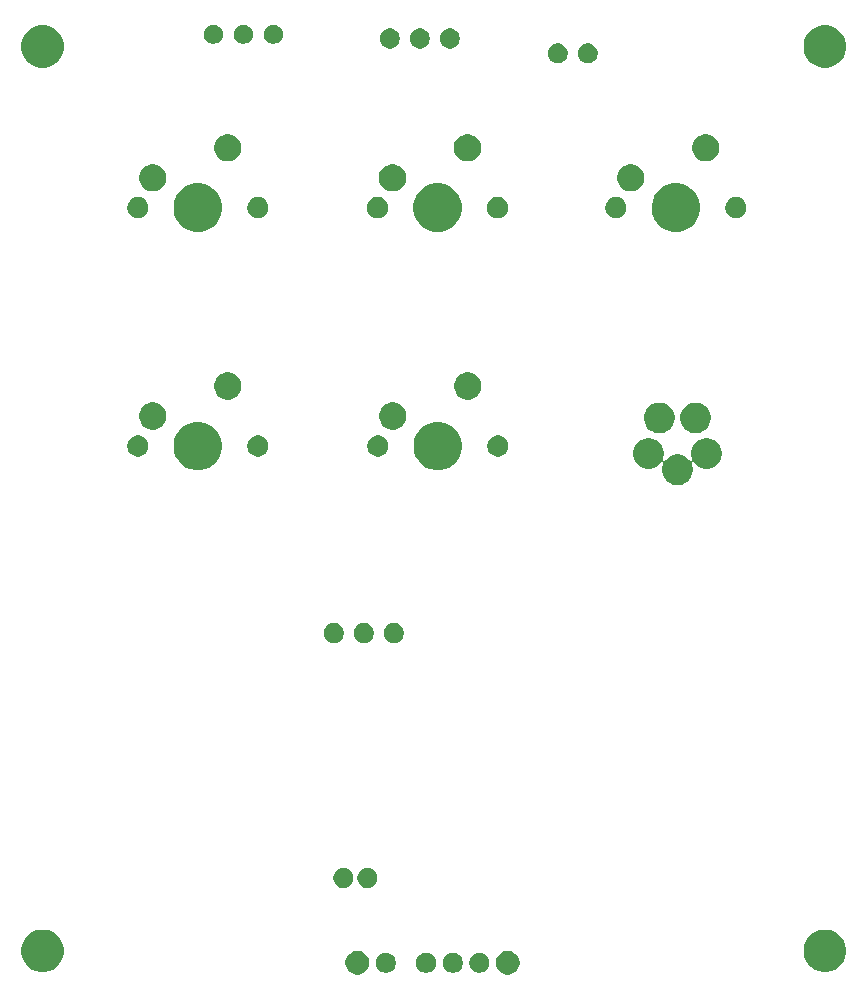
<source format=gbr>
G04 #@! TF.GenerationSoftware,KiCad,Pcbnew,5.0.2+dfsg1-1~bpo9+1*
G04 #@! TF.CreationDate,2019-11-16T16:08:01+00:00*
G04 #@! TF.ProjectId,remote_cherry,72656d6f-7465-45f6-9368-657272792e6b,rev?*
G04 #@! TF.SameCoordinates,Original*
G04 #@! TF.FileFunction,Soldermask,Bot*
G04 #@! TF.FilePolarity,Negative*
%FSLAX46Y46*%
G04 Gerber Fmt 4.6, Leading zero omitted, Abs format (unit mm)*
G04 Created by KiCad (PCBNEW 5.0.2+dfsg1-1~bpo9+1) date Sat 16 Nov 2019 16:08:01 GMT*
%MOMM*%
%LPD*%
G01*
G04 APERTURE LIST*
%ADD10C,0.100000*%
G04 APERTURE END LIST*
D10*
G36*
X146629001Y-115534568D02*
X146811170Y-115610025D01*
X146975123Y-115719575D01*
X147114545Y-115858997D01*
X147224095Y-116022950D01*
X147299552Y-116205119D01*
X147338020Y-116398510D01*
X147338020Y-116595690D01*
X147299552Y-116789081D01*
X147224095Y-116971250D01*
X147114545Y-117135203D01*
X146975123Y-117274625D01*
X146811170Y-117384175D01*
X146629001Y-117459632D01*
X146435610Y-117498100D01*
X146238430Y-117498100D01*
X146045039Y-117459632D01*
X145862870Y-117384175D01*
X145698917Y-117274625D01*
X145559495Y-117135203D01*
X145449945Y-116971250D01*
X145374488Y-116789081D01*
X145336020Y-116595690D01*
X145336020Y-116398510D01*
X145374488Y-116205119D01*
X145449945Y-116022950D01*
X145559495Y-115858997D01*
X145698917Y-115719575D01*
X145862870Y-115610025D01*
X146045039Y-115534568D01*
X146238430Y-115496100D01*
X146435610Y-115496100D01*
X146629001Y-115534568D01*
X146629001Y-115534568D01*
G37*
G36*
X133888361Y-115534568D02*
X134070530Y-115610025D01*
X134234483Y-115719575D01*
X134373905Y-115858997D01*
X134483455Y-116022950D01*
X134558912Y-116205119D01*
X134597380Y-116398510D01*
X134597380Y-116595690D01*
X134558912Y-116789081D01*
X134483455Y-116971250D01*
X134373905Y-117135203D01*
X134234483Y-117274625D01*
X134070530Y-117384175D01*
X133888361Y-117459632D01*
X133694970Y-117498100D01*
X133497790Y-117498100D01*
X133304399Y-117459632D01*
X133122230Y-117384175D01*
X132958277Y-117274625D01*
X132818855Y-117135203D01*
X132709305Y-116971250D01*
X132633848Y-116789081D01*
X132595380Y-116595690D01*
X132595380Y-116398510D01*
X132633848Y-116205119D01*
X132709305Y-116022950D01*
X132818855Y-115858997D01*
X132958277Y-115719575D01*
X133122230Y-115610025D01*
X133304399Y-115534568D01*
X133497790Y-115496100D01*
X133694970Y-115496100D01*
X133888361Y-115534568D01*
X133888361Y-115534568D01*
G37*
G36*
X144177328Y-115678803D02*
X144332200Y-115742953D01*
X144471581Y-115836085D01*
X144590115Y-115954619D01*
X144683247Y-116094000D01*
X144747397Y-116248872D01*
X144780100Y-116413284D01*
X144780100Y-116580916D01*
X144747397Y-116745328D01*
X144683247Y-116900200D01*
X144590115Y-117039581D01*
X144471581Y-117158115D01*
X144332200Y-117251247D01*
X144177328Y-117315397D01*
X144012916Y-117348100D01*
X143845284Y-117348100D01*
X143680872Y-117315397D01*
X143526000Y-117251247D01*
X143386619Y-117158115D01*
X143268085Y-117039581D01*
X143174953Y-116900200D01*
X143110803Y-116745328D01*
X143078100Y-116580916D01*
X143078100Y-116413284D01*
X143110803Y-116248872D01*
X143174953Y-116094000D01*
X143268085Y-115954619D01*
X143386619Y-115836085D01*
X143526000Y-115742953D01*
X143680872Y-115678803D01*
X143845284Y-115646100D01*
X144012916Y-115646100D01*
X144177328Y-115678803D01*
X144177328Y-115678803D01*
G37*
G36*
X141926888Y-115678803D02*
X142081760Y-115742953D01*
X142221141Y-115836085D01*
X142339675Y-115954619D01*
X142432807Y-116094000D01*
X142496957Y-116248872D01*
X142529660Y-116413284D01*
X142529660Y-116580916D01*
X142496957Y-116745328D01*
X142432807Y-116900200D01*
X142339675Y-117039581D01*
X142221141Y-117158115D01*
X142081760Y-117251247D01*
X141926888Y-117315397D01*
X141762476Y-117348100D01*
X141594844Y-117348100D01*
X141430432Y-117315397D01*
X141275560Y-117251247D01*
X141136179Y-117158115D01*
X141017645Y-117039581D01*
X140924513Y-116900200D01*
X140860363Y-116745328D01*
X140827660Y-116580916D01*
X140827660Y-116413284D01*
X140860363Y-116248872D01*
X140924513Y-116094000D01*
X141017645Y-115954619D01*
X141136179Y-115836085D01*
X141275560Y-115742953D01*
X141430432Y-115678803D01*
X141594844Y-115646100D01*
X141762476Y-115646100D01*
X141926888Y-115678803D01*
X141926888Y-115678803D01*
G37*
G36*
X136252528Y-115678803D02*
X136407400Y-115742953D01*
X136546781Y-115836085D01*
X136665315Y-115954619D01*
X136758447Y-116094000D01*
X136822597Y-116248872D01*
X136855300Y-116413284D01*
X136855300Y-116580916D01*
X136822597Y-116745328D01*
X136758447Y-116900200D01*
X136665315Y-117039581D01*
X136546781Y-117158115D01*
X136407400Y-117251247D01*
X136252528Y-117315397D01*
X136088116Y-117348100D01*
X135920484Y-117348100D01*
X135756072Y-117315397D01*
X135601200Y-117251247D01*
X135461819Y-117158115D01*
X135343285Y-117039581D01*
X135250153Y-116900200D01*
X135186003Y-116745328D01*
X135153300Y-116580916D01*
X135153300Y-116413284D01*
X135186003Y-116248872D01*
X135250153Y-116094000D01*
X135343285Y-115954619D01*
X135461819Y-115836085D01*
X135601200Y-115742953D01*
X135756072Y-115678803D01*
X135920484Y-115646100D01*
X136088116Y-115646100D01*
X136252528Y-115678803D01*
X136252528Y-115678803D01*
G37*
G36*
X139676448Y-115678803D02*
X139831320Y-115742953D01*
X139970701Y-115836085D01*
X140089235Y-115954619D01*
X140182367Y-116094000D01*
X140246517Y-116248872D01*
X140279220Y-116413284D01*
X140279220Y-116580916D01*
X140246517Y-116745328D01*
X140182367Y-116900200D01*
X140089235Y-117039581D01*
X139970701Y-117158115D01*
X139831320Y-117251247D01*
X139676448Y-117315397D01*
X139512036Y-117348100D01*
X139344404Y-117348100D01*
X139179992Y-117315397D01*
X139025120Y-117251247D01*
X138885739Y-117158115D01*
X138767205Y-117039581D01*
X138674073Y-116900200D01*
X138609923Y-116745328D01*
X138577220Y-116580916D01*
X138577220Y-116413284D01*
X138609923Y-116248872D01*
X138674073Y-116094000D01*
X138767205Y-115954619D01*
X138885739Y-115836085D01*
X139025120Y-115742953D01*
X139179992Y-115678803D01*
X139344404Y-115646100D01*
X139512036Y-115646100D01*
X139676448Y-115678803D01*
X139676448Y-115678803D01*
G37*
G36*
X173715231Y-113749311D02*
X174042992Y-113885074D01*
X174337973Y-114082174D01*
X174588826Y-114333027D01*
X174785926Y-114628008D01*
X174921689Y-114955769D01*
X174990900Y-115303716D01*
X174990900Y-115658484D01*
X174921689Y-116006431D01*
X174785926Y-116334192D01*
X174588826Y-116629173D01*
X174337973Y-116880026D01*
X174042992Y-117077126D01*
X173715231Y-117212889D01*
X173367284Y-117282100D01*
X173012516Y-117282100D01*
X172664569Y-117212889D01*
X172336808Y-117077126D01*
X172041827Y-116880026D01*
X171790974Y-116629173D01*
X171593874Y-116334192D01*
X171458111Y-116006431D01*
X171388900Y-115658484D01*
X171388900Y-115303716D01*
X171458111Y-114955769D01*
X171593874Y-114628008D01*
X171790974Y-114333027D01*
X172041827Y-114082174D01*
X172336808Y-113885074D01*
X172664569Y-113749311D01*
X173012516Y-113680100D01*
X173367284Y-113680100D01*
X173715231Y-113749311D01*
X173715231Y-113749311D01*
G37*
G36*
X107472031Y-113749311D02*
X107799792Y-113885074D01*
X108094773Y-114082174D01*
X108345626Y-114333027D01*
X108542726Y-114628008D01*
X108678489Y-114955769D01*
X108747700Y-115303716D01*
X108747700Y-115658484D01*
X108678489Y-116006431D01*
X108542726Y-116334192D01*
X108345626Y-116629173D01*
X108094773Y-116880026D01*
X107799792Y-117077126D01*
X107472031Y-117212889D01*
X107124084Y-117282100D01*
X106769316Y-117282100D01*
X106421369Y-117212889D01*
X106093608Y-117077126D01*
X105798627Y-116880026D01*
X105547774Y-116629173D01*
X105350674Y-116334192D01*
X105214911Y-116006431D01*
X105145700Y-115658484D01*
X105145700Y-115303716D01*
X105214911Y-114955769D01*
X105350674Y-114628008D01*
X105547774Y-114333027D01*
X105798627Y-114082174D01*
X106093608Y-113885074D01*
X106421369Y-113749311D01*
X106769316Y-113680100D01*
X107124084Y-113680100D01*
X107472031Y-113749311D01*
X107472031Y-113749311D01*
G37*
G36*
X134703128Y-108490603D02*
X134858000Y-108554753D01*
X134997381Y-108647885D01*
X135115915Y-108766419D01*
X135209047Y-108905800D01*
X135273197Y-109060672D01*
X135305900Y-109225084D01*
X135305900Y-109392716D01*
X135273197Y-109557128D01*
X135209047Y-109712000D01*
X135115915Y-109851381D01*
X134997381Y-109969915D01*
X134858000Y-110063047D01*
X134703128Y-110127197D01*
X134538716Y-110159900D01*
X134371084Y-110159900D01*
X134206672Y-110127197D01*
X134051800Y-110063047D01*
X133912419Y-109969915D01*
X133793885Y-109851381D01*
X133700753Y-109712000D01*
X133636603Y-109557128D01*
X133603900Y-109392716D01*
X133603900Y-109225084D01*
X133636603Y-109060672D01*
X133700753Y-108905800D01*
X133793885Y-108766419D01*
X133912419Y-108647885D01*
X134051800Y-108554753D01*
X134206672Y-108490603D01*
X134371084Y-108457900D01*
X134538716Y-108457900D01*
X134703128Y-108490603D01*
X134703128Y-108490603D01*
G37*
G36*
X132671128Y-108490603D02*
X132826000Y-108554753D01*
X132965381Y-108647885D01*
X133083915Y-108766419D01*
X133177047Y-108905800D01*
X133241197Y-109060672D01*
X133273900Y-109225084D01*
X133273900Y-109392716D01*
X133241197Y-109557128D01*
X133177047Y-109712000D01*
X133083915Y-109851381D01*
X132965381Y-109969915D01*
X132826000Y-110063047D01*
X132671128Y-110127197D01*
X132506716Y-110159900D01*
X132339084Y-110159900D01*
X132174672Y-110127197D01*
X132019800Y-110063047D01*
X131880419Y-109969915D01*
X131761885Y-109851381D01*
X131668753Y-109712000D01*
X131604603Y-109557128D01*
X131571900Y-109392716D01*
X131571900Y-109225084D01*
X131604603Y-109060672D01*
X131668753Y-108905800D01*
X131761885Y-108766419D01*
X131880419Y-108647885D01*
X132019800Y-108554753D01*
X132174672Y-108490603D01*
X132339084Y-108457900D01*
X132506716Y-108457900D01*
X132671128Y-108490603D01*
X132671128Y-108490603D01*
G37*
G36*
X134398328Y-87751503D02*
X134553200Y-87815653D01*
X134692581Y-87908785D01*
X134811115Y-88027319D01*
X134904247Y-88166700D01*
X134968397Y-88321572D01*
X135001100Y-88485984D01*
X135001100Y-88653616D01*
X134968397Y-88818028D01*
X134904247Y-88972900D01*
X134811115Y-89112281D01*
X134692581Y-89230815D01*
X134553200Y-89323947D01*
X134398328Y-89388097D01*
X134233916Y-89420800D01*
X134066284Y-89420800D01*
X133901872Y-89388097D01*
X133747000Y-89323947D01*
X133607619Y-89230815D01*
X133489085Y-89112281D01*
X133395953Y-88972900D01*
X133331803Y-88818028D01*
X133299100Y-88653616D01*
X133299100Y-88485984D01*
X133331803Y-88321572D01*
X133395953Y-88166700D01*
X133489085Y-88027319D01*
X133607619Y-87908785D01*
X133747000Y-87815653D01*
X133901872Y-87751503D01*
X134066284Y-87718800D01*
X134233916Y-87718800D01*
X134398328Y-87751503D01*
X134398328Y-87751503D01*
G37*
G36*
X136938328Y-87751503D02*
X137093200Y-87815653D01*
X137232581Y-87908785D01*
X137351115Y-88027319D01*
X137444247Y-88166700D01*
X137508397Y-88321572D01*
X137541100Y-88485984D01*
X137541100Y-88653616D01*
X137508397Y-88818028D01*
X137444247Y-88972900D01*
X137351115Y-89112281D01*
X137232581Y-89230815D01*
X137093200Y-89323947D01*
X136938328Y-89388097D01*
X136773916Y-89420800D01*
X136606284Y-89420800D01*
X136441872Y-89388097D01*
X136287000Y-89323947D01*
X136147619Y-89230815D01*
X136029085Y-89112281D01*
X135935953Y-88972900D01*
X135871803Y-88818028D01*
X135839100Y-88653616D01*
X135839100Y-88485984D01*
X135871803Y-88321572D01*
X135935953Y-88166700D01*
X136029085Y-88027319D01*
X136147619Y-87908785D01*
X136287000Y-87815653D01*
X136441872Y-87751503D01*
X136606284Y-87718800D01*
X136773916Y-87718800D01*
X136938328Y-87751503D01*
X136938328Y-87751503D01*
G37*
G36*
X131858328Y-87751503D02*
X132013200Y-87815653D01*
X132152581Y-87908785D01*
X132271115Y-88027319D01*
X132364247Y-88166700D01*
X132428397Y-88321572D01*
X132461100Y-88485984D01*
X132461100Y-88653616D01*
X132428397Y-88818028D01*
X132364247Y-88972900D01*
X132271115Y-89112281D01*
X132152581Y-89230815D01*
X132013200Y-89323947D01*
X131858328Y-89388097D01*
X131693916Y-89420800D01*
X131526284Y-89420800D01*
X131361872Y-89388097D01*
X131207000Y-89323947D01*
X131067619Y-89230815D01*
X130949085Y-89112281D01*
X130855953Y-88972900D01*
X130791803Y-88818028D01*
X130759100Y-88653616D01*
X130759100Y-88485984D01*
X130791803Y-88321572D01*
X130855953Y-88166700D01*
X130949085Y-88027319D01*
X131067619Y-87908785D01*
X131207000Y-87815653D01*
X131361872Y-87751503D01*
X131526284Y-87718800D01*
X131693916Y-87718800D01*
X131858328Y-87751503D01*
X131858328Y-87751503D01*
G37*
G36*
X158631645Y-72106736D02*
X158631647Y-72106737D01*
X158631648Y-72106737D01*
X158868415Y-72204809D01*
X159081502Y-72347189D01*
X159262711Y-72528398D01*
X159405091Y-72741485D01*
X159503164Y-72978255D01*
X159553160Y-73229601D01*
X159553160Y-73485879D01*
X159503164Y-73737225D01*
X159464954Y-73829473D01*
X159457841Y-73852923D01*
X159455439Y-73877309D01*
X159457841Y-73901695D01*
X159464954Y-73925144D01*
X159476505Y-73946755D01*
X159492051Y-73965697D01*
X159510993Y-73981243D01*
X159532603Y-73992794D01*
X159556053Y-73999907D01*
X159580439Y-74002309D01*
X159604825Y-73999907D01*
X159628274Y-73992794D01*
X159649885Y-73981243D01*
X159668827Y-73965697D01*
X159684373Y-73946755D01*
X159695249Y-73930478D01*
X159876458Y-73749269D01*
X160089545Y-73606889D01*
X160326312Y-73508817D01*
X160326313Y-73508817D01*
X160326315Y-73508816D01*
X160577661Y-73458820D01*
X160833939Y-73458820D01*
X161085285Y-73508816D01*
X161085287Y-73508817D01*
X161085288Y-73508817D01*
X161322055Y-73606889D01*
X161535142Y-73749269D01*
X161716351Y-73930478D01*
X161727227Y-73946755D01*
X161742772Y-73965697D01*
X161761714Y-73981243D01*
X161783325Y-73992794D01*
X161806774Y-73999907D01*
X161831161Y-74002309D01*
X161855547Y-73999907D01*
X161878996Y-73992794D01*
X161900607Y-73981243D01*
X161919549Y-73965698D01*
X161935095Y-73946756D01*
X161946646Y-73925145D01*
X161953759Y-73901696D01*
X161956161Y-73877309D01*
X161953759Y-73852923D01*
X161946646Y-73829473D01*
X161908436Y-73737225D01*
X161858440Y-73485879D01*
X161858440Y-73229601D01*
X161908436Y-72978255D01*
X162006509Y-72741485D01*
X162148889Y-72528398D01*
X162330098Y-72347189D01*
X162543185Y-72204809D01*
X162779952Y-72106737D01*
X162779953Y-72106737D01*
X162779955Y-72106736D01*
X163031301Y-72056740D01*
X163287579Y-72056740D01*
X163538925Y-72106736D01*
X163538927Y-72106737D01*
X163538928Y-72106737D01*
X163775695Y-72204809D01*
X163988782Y-72347189D01*
X164169991Y-72528398D01*
X164312371Y-72741485D01*
X164410444Y-72978255D01*
X164460440Y-73229601D01*
X164460440Y-73485879D01*
X164414445Y-73717113D01*
X164410443Y-73737228D01*
X164352420Y-73877309D01*
X164312371Y-73973995D01*
X164169991Y-74187082D01*
X163988782Y-74368291D01*
X163988779Y-74368293D01*
X163775695Y-74510671D01*
X163538928Y-74608743D01*
X163538927Y-74608743D01*
X163538925Y-74608744D01*
X163287579Y-74658740D01*
X163031301Y-74658740D01*
X162779955Y-74608744D01*
X162779953Y-74608743D01*
X162779952Y-74608743D01*
X162543185Y-74510671D01*
X162330101Y-74368293D01*
X162330098Y-74368291D01*
X162148889Y-74187082D01*
X162138013Y-74170805D01*
X162122468Y-74151863D01*
X162103526Y-74136317D01*
X162081915Y-74124766D01*
X162058466Y-74117653D01*
X162034079Y-74115251D01*
X162009693Y-74117653D01*
X161986244Y-74124766D01*
X161964633Y-74136317D01*
X161945691Y-74151862D01*
X161930145Y-74170804D01*
X161918594Y-74192415D01*
X161911481Y-74215864D01*
X161909079Y-74240251D01*
X161911481Y-74264637D01*
X161918594Y-74288087D01*
X161956804Y-74380335D01*
X162006800Y-74631681D01*
X162006800Y-74887959D01*
X161956804Y-75139305D01*
X161858731Y-75376075D01*
X161716351Y-75589162D01*
X161535142Y-75770371D01*
X161535139Y-75770373D01*
X161322055Y-75912751D01*
X161085288Y-76010823D01*
X161085287Y-76010823D01*
X161085285Y-76010824D01*
X160833939Y-76060820D01*
X160577661Y-76060820D01*
X160326315Y-76010824D01*
X160326313Y-76010823D01*
X160326312Y-76010823D01*
X160089545Y-75912751D01*
X159876461Y-75770373D01*
X159876458Y-75770371D01*
X159695249Y-75589162D01*
X159552869Y-75376075D01*
X159454796Y-75139305D01*
X159404800Y-74887959D01*
X159404800Y-74631681D01*
X159454796Y-74380335D01*
X159493006Y-74288087D01*
X159500119Y-74264637D01*
X159502521Y-74240251D01*
X159500119Y-74215865D01*
X159493006Y-74192416D01*
X159481455Y-74170805D01*
X159465909Y-74151863D01*
X159446967Y-74136317D01*
X159425357Y-74124766D01*
X159401907Y-74117653D01*
X159377521Y-74115251D01*
X159353135Y-74117653D01*
X159329686Y-74124766D01*
X159308075Y-74136317D01*
X159289133Y-74151863D01*
X159273587Y-74170805D01*
X159262711Y-74187082D01*
X159081502Y-74368291D01*
X159081499Y-74368293D01*
X158868415Y-74510671D01*
X158631648Y-74608743D01*
X158631647Y-74608743D01*
X158631645Y-74608744D01*
X158380299Y-74658740D01*
X158124021Y-74658740D01*
X157872675Y-74608744D01*
X157872673Y-74608743D01*
X157872672Y-74608743D01*
X157635905Y-74510671D01*
X157422821Y-74368293D01*
X157422818Y-74368291D01*
X157241609Y-74187082D01*
X157099229Y-73973995D01*
X157059180Y-73877309D01*
X157001157Y-73737228D01*
X156997156Y-73717113D01*
X156951160Y-73485879D01*
X156951160Y-73229601D01*
X157001156Y-72978255D01*
X157099229Y-72741485D01*
X157241609Y-72528398D01*
X157422818Y-72347189D01*
X157635905Y-72204809D01*
X157872672Y-72106737D01*
X157872673Y-72106737D01*
X157872675Y-72106736D01*
X158124021Y-72056740D01*
X158380299Y-72056740D01*
X158631645Y-72106736D01*
X158631645Y-72106736D01*
G37*
G36*
X120689452Y-70773418D02*
X120689454Y-70773419D01*
X120689455Y-70773419D01*
X121062713Y-70928027D01*
X121394105Y-71149457D01*
X121398639Y-71152486D01*
X121684314Y-71438161D01*
X121684316Y-71438164D01*
X121908773Y-71774087D01*
X122063381Y-72147345D01*
X122063382Y-72147348D01*
X122142200Y-72543593D01*
X122142200Y-72947607D01*
X122068136Y-73319954D01*
X122063381Y-73343855D01*
X121908773Y-73717113D01*
X121887288Y-73749267D01*
X121684314Y-74053039D01*
X121398639Y-74338714D01*
X121398636Y-74338716D01*
X121062713Y-74563173D01*
X120689455Y-74717781D01*
X120689454Y-74717781D01*
X120689452Y-74717782D01*
X120293207Y-74796600D01*
X119889193Y-74796600D01*
X119492948Y-74717782D01*
X119492946Y-74717781D01*
X119492945Y-74717781D01*
X119119687Y-74563173D01*
X118783764Y-74338716D01*
X118783761Y-74338714D01*
X118498086Y-74053039D01*
X118295112Y-73749267D01*
X118273627Y-73717113D01*
X118119019Y-73343855D01*
X118114265Y-73319954D01*
X118040200Y-72947607D01*
X118040200Y-72543593D01*
X118119018Y-72147348D01*
X118119019Y-72147345D01*
X118273627Y-71774087D01*
X118498084Y-71438164D01*
X118498086Y-71438161D01*
X118783761Y-71152486D01*
X118788295Y-71149457D01*
X119119687Y-70928027D01*
X119492945Y-70773419D01*
X119492946Y-70773419D01*
X119492948Y-70773418D01*
X119889193Y-70694600D01*
X120293207Y-70694600D01*
X120689452Y-70773418D01*
X120689452Y-70773418D01*
G37*
G36*
X141009452Y-70773418D02*
X141009454Y-70773419D01*
X141009455Y-70773419D01*
X141382713Y-70928027D01*
X141714105Y-71149457D01*
X141718639Y-71152486D01*
X142004314Y-71438161D01*
X142004316Y-71438164D01*
X142228773Y-71774087D01*
X142383381Y-72147345D01*
X142383382Y-72147348D01*
X142462200Y-72543593D01*
X142462200Y-72947607D01*
X142388136Y-73319954D01*
X142383381Y-73343855D01*
X142228773Y-73717113D01*
X142207288Y-73749267D01*
X142004314Y-74053039D01*
X141718639Y-74338714D01*
X141718636Y-74338716D01*
X141382713Y-74563173D01*
X141009455Y-74717781D01*
X141009454Y-74717781D01*
X141009452Y-74717782D01*
X140613207Y-74796600D01*
X140209193Y-74796600D01*
X139812948Y-74717782D01*
X139812946Y-74717781D01*
X139812945Y-74717781D01*
X139439687Y-74563173D01*
X139103764Y-74338716D01*
X139103761Y-74338714D01*
X138818086Y-74053039D01*
X138615112Y-73749267D01*
X138593627Y-73717113D01*
X138439019Y-73343855D01*
X138434265Y-73319954D01*
X138360200Y-72947607D01*
X138360200Y-72543593D01*
X138439018Y-72147348D01*
X138439019Y-72147345D01*
X138593627Y-71774087D01*
X138818084Y-71438164D01*
X138818086Y-71438161D01*
X139103761Y-71152486D01*
X139108295Y-71149457D01*
X139439687Y-70928027D01*
X139812945Y-70773419D01*
X139812946Y-70773419D01*
X139812948Y-70773418D01*
X140209193Y-70694600D01*
X140613207Y-70694600D01*
X141009452Y-70773418D01*
X141009452Y-70773418D01*
G37*
G36*
X115274012Y-71879224D02*
X115437984Y-71947144D01*
X115585554Y-72045747D01*
X115711053Y-72171246D01*
X115809656Y-72318816D01*
X115877576Y-72482788D01*
X115912200Y-72656859D01*
X115912200Y-72834341D01*
X115877576Y-73008412D01*
X115809656Y-73172384D01*
X115711053Y-73319954D01*
X115585554Y-73445453D01*
X115437984Y-73544056D01*
X115274012Y-73611976D01*
X115099941Y-73646600D01*
X114922459Y-73646600D01*
X114748388Y-73611976D01*
X114584416Y-73544056D01*
X114436846Y-73445453D01*
X114311347Y-73319954D01*
X114212744Y-73172384D01*
X114144824Y-73008412D01*
X114110200Y-72834341D01*
X114110200Y-72656859D01*
X114144824Y-72482788D01*
X114212744Y-72318816D01*
X114311347Y-72171246D01*
X114436846Y-72045747D01*
X114584416Y-71947144D01*
X114748388Y-71879224D01*
X114922459Y-71844600D01*
X115099941Y-71844600D01*
X115274012Y-71879224D01*
X115274012Y-71879224D01*
G37*
G36*
X125434012Y-71879224D02*
X125597984Y-71947144D01*
X125745554Y-72045747D01*
X125871053Y-72171246D01*
X125969656Y-72318816D01*
X126037576Y-72482788D01*
X126072200Y-72656859D01*
X126072200Y-72834341D01*
X126037576Y-73008412D01*
X125969656Y-73172384D01*
X125871053Y-73319954D01*
X125745554Y-73445453D01*
X125597984Y-73544056D01*
X125434012Y-73611976D01*
X125259941Y-73646600D01*
X125082459Y-73646600D01*
X124908388Y-73611976D01*
X124744416Y-73544056D01*
X124596846Y-73445453D01*
X124471347Y-73319954D01*
X124372744Y-73172384D01*
X124304824Y-73008412D01*
X124270200Y-72834341D01*
X124270200Y-72656859D01*
X124304824Y-72482788D01*
X124372744Y-72318816D01*
X124471347Y-72171246D01*
X124596846Y-72045747D01*
X124744416Y-71947144D01*
X124908388Y-71879224D01*
X125082459Y-71844600D01*
X125259941Y-71844600D01*
X125434012Y-71879224D01*
X125434012Y-71879224D01*
G37*
G36*
X135594012Y-71879224D02*
X135757984Y-71947144D01*
X135905554Y-72045747D01*
X136031053Y-72171246D01*
X136129656Y-72318816D01*
X136197576Y-72482788D01*
X136232200Y-72656859D01*
X136232200Y-72834341D01*
X136197576Y-73008412D01*
X136129656Y-73172384D01*
X136031053Y-73319954D01*
X135905554Y-73445453D01*
X135757984Y-73544056D01*
X135594012Y-73611976D01*
X135419941Y-73646600D01*
X135242459Y-73646600D01*
X135068388Y-73611976D01*
X134904416Y-73544056D01*
X134756846Y-73445453D01*
X134631347Y-73319954D01*
X134532744Y-73172384D01*
X134464824Y-73008412D01*
X134430200Y-72834341D01*
X134430200Y-72656859D01*
X134464824Y-72482788D01*
X134532744Y-72318816D01*
X134631347Y-72171246D01*
X134756846Y-72045747D01*
X134904416Y-71947144D01*
X135068388Y-71879224D01*
X135242459Y-71844600D01*
X135419941Y-71844600D01*
X135594012Y-71879224D01*
X135594012Y-71879224D01*
G37*
G36*
X145754012Y-71879224D02*
X145917984Y-71947144D01*
X146065554Y-72045747D01*
X146191053Y-72171246D01*
X146289656Y-72318816D01*
X146357576Y-72482788D01*
X146392200Y-72656859D01*
X146392200Y-72834341D01*
X146357576Y-73008412D01*
X146289656Y-73172384D01*
X146191053Y-73319954D01*
X146065554Y-73445453D01*
X145917984Y-73544056D01*
X145754012Y-73611976D01*
X145579941Y-73646600D01*
X145402459Y-73646600D01*
X145228388Y-73611976D01*
X145064416Y-73544056D01*
X144916846Y-73445453D01*
X144791347Y-73319954D01*
X144692744Y-73172384D01*
X144624824Y-73008412D01*
X144590200Y-72834341D01*
X144590200Y-72656859D01*
X144624824Y-72482788D01*
X144692744Y-72318816D01*
X144791347Y-72171246D01*
X144916846Y-72045747D01*
X145064416Y-71947144D01*
X145228388Y-71879224D01*
X145402459Y-71844600D01*
X145579941Y-71844600D01*
X145754012Y-71879224D01*
X145754012Y-71879224D01*
G37*
G36*
X162619445Y-69109536D02*
X162619447Y-69109537D01*
X162619448Y-69109537D01*
X162803071Y-69185596D01*
X162856215Y-69207609D01*
X163069302Y-69349989D01*
X163250511Y-69531198D01*
X163392891Y-69744285D01*
X163490964Y-69981055D01*
X163540960Y-70232401D01*
X163540960Y-70488679D01*
X163490964Y-70740025D01*
X163392891Y-70976795D01*
X163250511Y-71189882D01*
X163069302Y-71371091D01*
X163069299Y-71371093D01*
X162856215Y-71513471D01*
X162619448Y-71611543D01*
X162619447Y-71611543D01*
X162619445Y-71611544D01*
X162368099Y-71661540D01*
X162111821Y-71661540D01*
X161860475Y-71611544D01*
X161860473Y-71611543D01*
X161860472Y-71611543D01*
X161623705Y-71513471D01*
X161410621Y-71371093D01*
X161410618Y-71371091D01*
X161229409Y-71189882D01*
X161087029Y-70976795D01*
X160988956Y-70740025D01*
X160938960Y-70488679D01*
X160938960Y-70232401D01*
X160988956Y-69981055D01*
X161087029Y-69744285D01*
X161229409Y-69531198D01*
X161410618Y-69349989D01*
X161623705Y-69207609D01*
X161676849Y-69185596D01*
X161860472Y-69109537D01*
X161860473Y-69109537D01*
X161860475Y-69109536D01*
X162111821Y-69059540D01*
X162368099Y-69059540D01*
X162619445Y-69109536D01*
X162619445Y-69109536D01*
G37*
G36*
X159546045Y-69109536D02*
X159546047Y-69109537D01*
X159546048Y-69109537D01*
X159729671Y-69185596D01*
X159782815Y-69207609D01*
X159995902Y-69349989D01*
X160177111Y-69531198D01*
X160319491Y-69744285D01*
X160417564Y-69981055D01*
X160467560Y-70232401D01*
X160467560Y-70488679D01*
X160417564Y-70740025D01*
X160319491Y-70976795D01*
X160177111Y-71189882D01*
X159995902Y-71371091D01*
X159995899Y-71371093D01*
X159782815Y-71513471D01*
X159546048Y-71611543D01*
X159546047Y-71611543D01*
X159546045Y-71611544D01*
X159294699Y-71661540D01*
X159038421Y-71661540D01*
X158787075Y-71611544D01*
X158787073Y-71611543D01*
X158787072Y-71611543D01*
X158550305Y-71513471D01*
X158337221Y-71371093D01*
X158337218Y-71371091D01*
X158156009Y-71189882D01*
X158013629Y-70976795D01*
X157915556Y-70740025D01*
X157865560Y-70488679D01*
X157865560Y-70232401D01*
X157915556Y-69981055D01*
X158013629Y-69744285D01*
X158156009Y-69531198D01*
X158337218Y-69349989D01*
X158550305Y-69207609D01*
X158603449Y-69185596D01*
X158787072Y-69109537D01*
X158787073Y-69109537D01*
X158787075Y-69109536D01*
X159038421Y-69059540D01*
X159294699Y-69059540D01*
X159546045Y-69109536D01*
X159546045Y-69109536D01*
G37*
G36*
X116616934Y-69098832D02*
X116826402Y-69185596D01*
X117014923Y-69311562D01*
X117175238Y-69471877D01*
X117301204Y-69660398D01*
X117387968Y-69869866D01*
X117432200Y-70092235D01*
X117432200Y-70318965D01*
X117387968Y-70541334D01*
X117301204Y-70750802D01*
X117175238Y-70939323D01*
X117014923Y-71099638D01*
X116826402Y-71225604D01*
X116616934Y-71312368D01*
X116394565Y-71356600D01*
X116167835Y-71356600D01*
X115945466Y-71312368D01*
X115735998Y-71225604D01*
X115547477Y-71099638D01*
X115387162Y-70939323D01*
X115261196Y-70750802D01*
X115174432Y-70541334D01*
X115130200Y-70318965D01*
X115130200Y-70092235D01*
X115174432Y-69869866D01*
X115261196Y-69660398D01*
X115387162Y-69471877D01*
X115547477Y-69311562D01*
X115735998Y-69185596D01*
X115945466Y-69098832D01*
X116167835Y-69054600D01*
X116394565Y-69054600D01*
X116616934Y-69098832D01*
X116616934Y-69098832D01*
G37*
G36*
X136936934Y-69098832D02*
X137146402Y-69185596D01*
X137334923Y-69311562D01*
X137495238Y-69471877D01*
X137621204Y-69660398D01*
X137707968Y-69869866D01*
X137752200Y-70092235D01*
X137752200Y-70318965D01*
X137707968Y-70541334D01*
X137621204Y-70750802D01*
X137495238Y-70939323D01*
X137334923Y-71099638D01*
X137146402Y-71225604D01*
X136936934Y-71312368D01*
X136714565Y-71356600D01*
X136487835Y-71356600D01*
X136265466Y-71312368D01*
X136055998Y-71225604D01*
X135867477Y-71099638D01*
X135707162Y-70939323D01*
X135581196Y-70750802D01*
X135494432Y-70541334D01*
X135450200Y-70318965D01*
X135450200Y-70092235D01*
X135494432Y-69869866D01*
X135581196Y-69660398D01*
X135707162Y-69471877D01*
X135867477Y-69311562D01*
X136055998Y-69185596D01*
X136265466Y-69098832D01*
X136487835Y-69054600D01*
X136714565Y-69054600D01*
X136936934Y-69098832D01*
X136936934Y-69098832D01*
G37*
G36*
X143286934Y-66558832D02*
X143496402Y-66645596D01*
X143684923Y-66771562D01*
X143845238Y-66931877D01*
X143971204Y-67120398D01*
X144057968Y-67329866D01*
X144102200Y-67552235D01*
X144102200Y-67778965D01*
X144057968Y-68001334D01*
X143971204Y-68210802D01*
X143845238Y-68399323D01*
X143684923Y-68559638D01*
X143496402Y-68685604D01*
X143286934Y-68772368D01*
X143064565Y-68816600D01*
X142837835Y-68816600D01*
X142615466Y-68772368D01*
X142405998Y-68685604D01*
X142217477Y-68559638D01*
X142057162Y-68399323D01*
X141931196Y-68210802D01*
X141844432Y-68001334D01*
X141800200Y-67778965D01*
X141800200Y-67552235D01*
X141844432Y-67329866D01*
X141931196Y-67120398D01*
X142057162Y-66931877D01*
X142217477Y-66771562D01*
X142405998Y-66645596D01*
X142615466Y-66558832D01*
X142837835Y-66514600D01*
X143064565Y-66514600D01*
X143286934Y-66558832D01*
X143286934Y-66558832D01*
G37*
G36*
X122966934Y-66558832D02*
X123176402Y-66645596D01*
X123364923Y-66771562D01*
X123525238Y-66931877D01*
X123651204Y-67120398D01*
X123737968Y-67329866D01*
X123782200Y-67552235D01*
X123782200Y-67778965D01*
X123737968Y-68001334D01*
X123651204Y-68210802D01*
X123525238Y-68399323D01*
X123364923Y-68559638D01*
X123176402Y-68685604D01*
X122966934Y-68772368D01*
X122744565Y-68816600D01*
X122517835Y-68816600D01*
X122295466Y-68772368D01*
X122085998Y-68685604D01*
X121897477Y-68559638D01*
X121737162Y-68399323D01*
X121611196Y-68210802D01*
X121524432Y-68001334D01*
X121480200Y-67778965D01*
X121480200Y-67552235D01*
X121524432Y-67329866D01*
X121611196Y-67120398D01*
X121737162Y-66931877D01*
X121897477Y-66771562D01*
X122085998Y-66645596D01*
X122295466Y-66558832D01*
X122517835Y-66514600D01*
X122744565Y-66514600D01*
X122966934Y-66558832D01*
X122966934Y-66558832D01*
G37*
G36*
X161164352Y-50593118D02*
X161164354Y-50593119D01*
X161164355Y-50593119D01*
X161537613Y-50747727D01*
X161869005Y-50969157D01*
X161873539Y-50972186D01*
X162159214Y-51257861D01*
X162159216Y-51257864D01*
X162383673Y-51593787D01*
X162412880Y-51664300D01*
X162538282Y-51967048D01*
X162617100Y-52363293D01*
X162617100Y-52767307D01*
X162543036Y-53139654D01*
X162538281Y-53163555D01*
X162383673Y-53536813D01*
X162383672Y-53536814D01*
X162159214Y-53872739D01*
X161873539Y-54158414D01*
X161873536Y-54158416D01*
X161537613Y-54382873D01*
X161164355Y-54537481D01*
X161164354Y-54537481D01*
X161164352Y-54537482D01*
X160768107Y-54616300D01*
X160364093Y-54616300D01*
X159967848Y-54537482D01*
X159967846Y-54537481D01*
X159967845Y-54537481D01*
X159594587Y-54382873D01*
X159258664Y-54158416D01*
X159258661Y-54158414D01*
X158972986Y-53872739D01*
X158748528Y-53536814D01*
X158748527Y-53536813D01*
X158593919Y-53163555D01*
X158589165Y-53139654D01*
X158515100Y-52767307D01*
X158515100Y-52363293D01*
X158593918Y-51967048D01*
X158719320Y-51664300D01*
X158748527Y-51593787D01*
X158972984Y-51257864D01*
X158972986Y-51257861D01*
X159258661Y-50972186D01*
X159263195Y-50969157D01*
X159594587Y-50747727D01*
X159967845Y-50593119D01*
X159967846Y-50593119D01*
X159967848Y-50593118D01*
X160364093Y-50514300D01*
X160768107Y-50514300D01*
X161164352Y-50593118D01*
X161164352Y-50593118D01*
G37*
G36*
X140984052Y-50593118D02*
X140984054Y-50593119D01*
X140984055Y-50593119D01*
X141357313Y-50747727D01*
X141688705Y-50969157D01*
X141693239Y-50972186D01*
X141978914Y-51257861D01*
X141978916Y-51257864D01*
X142203373Y-51593787D01*
X142232580Y-51664300D01*
X142357982Y-51967048D01*
X142436800Y-52363293D01*
X142436800Y-52767307D01*
X142362736Y-53139654D01*
X142357981Y-53163555D01*
X142203373Y-53536813D01*
X142203372Y-53536814D01*
X141978914Y-53872739D01*
X141693239Y-54158414D01*
X141693236Y-54158416D01*
X141357313Y-54382873D01*
X140984055Y-54537481D01*
X140984054Y-54537481D01*
X140984052Y-54537482D01*
X140587807Y-54616300D01*
X140183793Y-54616300D01*
X139787548Y-54537482D01*
X139787546Y-54537481D01*
X139787545Y-54537481D01*
X139414287Y-54382873D01*
X139078364Y-54158416D01*
X139078361Y-54158414D01*
X138792686Y-53872739D01*
X138568228Y-53536814D01*
X138568227Y-53536813D01*
X138413619Y-53163555D01*
X138408865Y-53139654D01*
X138334800Y-52767307D01*
X138334800Y-52363293D01*
X138413618Y-51967048D01*
X138539020Y-51664300D01*
X138568227Y-51593787D01*
X138792684Y-51257864D01*
X138792686Y-51257861D01*
X139078361Y-50972186D01*
X139082895Y-50969157D01*
X139414287Y-50747727D01*
X139787545Y-50593119D01*
X139787546Y-50593119D01*
X139787548Y-50593118D01*
X140183793Y-50514300D01*
X140587807Y-50514300D01*
X140984052Y-50593118D01*
X140984052Y-50593118D01*
G37*
G36*
X120689452Y-50593118D02*
X120689454Y-50593119D01*
X120689455Y-50593119D01*
X121062713Y-50747727D01*
X121394105Y-50969157D01*
X121398639Y-50972186D01*
X121684314Y-51257861D01*
X121684316Y-51257864D01*
X121908773Y-51593787D01*
X121937980Y-51664300D01*
X122063382Y-51967048D01*
X122142200Y-52363293D01*
X122142200Y-52767307D01*
X122068136Y-53139654D01*
X122063381Y-53163555D01*
X121908773Y-53536813D01*
X121908772Y-53536814D01*
X121684314Y-53872739D01*
X121398639Y-54158414D01*
X121398636Y-54158416D01*
X121062713Y-54382873D01*
X120689455Y-54537481D01*
X120689454Y-54537481D01*
X120689452Y-54537482D01*
X120293207Y-54616300D01*
X119889193Y-54616300D01*
X119492948Y-54537482D01*
X119492946Y-54537481D01*
X119492945Y-54537481D01*
X119119687Y-54382873D01*
X118783764Y-54158416D01*
X118783761Y-54158414D01*
X118498086Y-53872739D01*
X118273628Y-53536814D01*
X118273627Y-53536813D01*
X118119019Y-53163555D01*
X118114265Y-53139654D01*
X118040200Y-52767307D01*
X118040200Y-52363293D01*
X118119018Y-51967048D01*
X118244420Y-51664300D01*
X118273627Y-51593787D01*
X118498084Y-51257864D01*
X118498086Y-51257861D01*
X118783761Y-50972186D01*
X118788295Y-50969157D01*
X119119687Y-50747727D01*
X119492945Y-50593119D01*
X119492946Y-50593119D01*
X119492948Y-50593118D01*
X119889193Y-50514300D01*
X120293207Y-50514300D01*
X120689452Y-50593118D01*
X120689452Y-50593118D01*
G37*
G36*
X115274012Y-51698924D02*
X115437984Y-51766844D01*
X115585554Y-51865447D01*
X115711053Y-51990946D01*
X115809656Y-52138516D01*
X115877576Y-52302488D01*
X115912200Y-52476559D01*
X115912200Y-52654041D01*
X115877576Y-52828112D01*
X115809656Y-52992084D01*
X115711053Y-53139654D01*
X115585554Y-53265153D01*
X115437984Y-53363756D01*
X115274012Y-53431676D01*
X115099941Y-53466300D01*
X114922459Y-53466300D01*
X114748388Y-53431676D01*
X114584416Y-53363756D01*
X114436846Y-53265153D01*
X114311347Y-53139654D01*
X114212744Y-52992084D01*
X114144824Y-52828112D01*
X114110200Y-52654041D01*
X114110200Y-52476559D01*
X114144824Y-52302488D01*
X114212744Y-52138516D01*
X114311347Y-51990946D01*
X114436846Y-51865447D01*
X114584416Y-51766844D01*
X114748388Y-51698924D01*
X114922459Y-51664300D01*
X115099941Y-51664300D01*
X115274012Y-51698924D01*
X115274012Y-51698924D01*
G37*
G36*
X125434012Y-51698924D02*
X125597984Y-51766844D01*
X125745554Y-51865447D01*
X125871053Y-51990946D01*
X125969656Y-52138516D01*
X126037576Y-52302488D01*
X126072200Y-52476559D01*
X126072200Y-52654041D01*
X126037576Y-52828112D01*
X125969656Y-52992084D01*
X125871053Y-53139654D01*
X125745554Y-53265153D01*
X125597984Y-53363756D01*
X125434012Y-53431676D01*
X125259941Y-53466300D01*
X125082459Y-53466300D01*
X124908388Y-53431676D01*
X124744416Y-53363756D01*
X124596846Y-53265153D01*
X124471347Y-53139654D01*
X124372744Y-52992084D01*
X124304824Y-52828112D01*
X124270200Y-52654041D01*
X124270200Y-52476559D01*
X124304824Y-52302488D01*
X124372744Y-52138516D01*
X124471347Y-51990946D01*
X124596846Y-51865447D01*
X124744416Y-51766844D01*
X124908388Y-51698924D01*
X125082459Y-51664300D01*
X125259941Y-51664300D01*
X125434012Y-51698924D01*
X125434012Y-51698924D01*
G37*
G36*
X135568612Y-51698924D02*
X135732584Y-51766844D01*
X135880154Y-51865447D01*
X136005653Y-51990946D01*
X136104256Y-52138516D01*
X136172176Y-52302488D01*
X136206800Y-52476559D01*
X136206800Y-52654041D01*
X136172176Y-52828112D01*
X136104256Y-52992084D01*
X136005653Y-53139654D01*
X135880154Y-53265153D01*
X135732584Y-53363756D01*
X135568612Y-53431676D01*
X135394541Y-53466300D01*
X135217059Y-53466300D01*
X135042988Y-53431676D01*
X134879016Y-53363756D01*
X134731446Y-53265153D01*
X134605947Y-53139654D01*
X134507344Y-52992084D01*
X134439424Y-52828112D01*
X134404800Y-52654041D01*
X134404800Y-52476559D01*
X134439424Y-52302488D01*
X134507344Y-52138516D01*
X134605947Y-51990946D01*
X134731446Y-51865447D01*
X134879016Y-51766844D01*
X135042988Y-51698924D01*
X135217059Y-51664300D01*
X135394541Y-51664300D01*
X135568612Y-51698924D01*
X135568612Y-51698924D01*
G37*
G36*
X145728612Y-51698924D02*
X145892584Y-51766844D01*
X146040154Y-51865447D01*
X146165653Y-51990946D01*
X146264256Y-52138516D01*
X146332176Y-52302488D01*
X146366800Y-52476559D01*
X146366800Y-52654041D01*
X146332176Y-52828112D01*
X146264256Y-52992084D01*
X146165653Y-53139654D01*
X146040154Y-53265153D01*
X145892584Y-53363756D01*
X145728612Y-53431676D01*
X145554541Y-53466300D01*
X145377059Y-53466300D01*
X145202988Y-53431676D01*
X145039016Y-53363756D01*
X144891446Y-53265153D01*
X144765947Y-53139654D01*
X144667344Y-52992084D01*
X144599424Y-52828112D01*
X144564800Y-52654041D01*
X144564800Y-52476559D01*
X144599424Y-52302488D01*
X144667344Y-52138516D01*
X144765947Y-51990946D01*
X144891446Y-51865447D01*
X145039016Y-51766844D01*
X145202988Y-51698924D01*
X145377059Y-51664300D01*
X145554541Y-51664300D01*
X145728612Y-51698924D01*
X145728612Y-51698924D01*
G37*
G36*
X155748912Y-51698924D02*
X155912884Y-51766844D01*
X156060454Y-51865447D01*
X156185953Y-51990946D01*
X156284556Y-52138516D01*
X156352476Y-52302488D01*
X156387100Y-52476559D01*
X156387100Y-52654041D01*
X156352476Y-52828112D01*
X156284556Y-52992084D01*
X156185953Y-53139654D01*
X156060454Y-53265153D01*
X155912884Y-53363756D01*
X155748912Y-53431676D01*
X155574841Y-53466300D01*
X155397359Y-53466300D01*
X155223288Y-53431676D01*
X155059316Y-53363756D01*
X154911746Y-53265153D01*
X154786247Y-53139654D01*
X154687644Y-52992084D01*
X154619724Y-52828112D01*
X154585100Y-52654041D01*
X154585100Y-52476559D01*
X154619724Y-52302488D01*
X154687644Y-52138516D01*
X154786247Y-51990946D01*
X154911746Y-51865447D01*
X155059316Y-51766844D01*
X155223288Y-51698924D01*
X155397359Y-51664300D01*
X155574841Y-51664300D01*
X155748912Y-51698924D01*
X155748912Y-51698924D01*
G37*
G36*
X165908912Y-51698924D02*
X166072884Y-51766844D01*
X166220454Y-51865447D01*
X166345953Y-51990946D01*
X166444556Y-52138516D01*
X166512476Y-52302488D01*
X166547100Y-52476559D01*
X166547100Y-52654041D01*
X166512476Y-52828112D01*
X166444556Y-52992084D01*
X166345953Y-53139654D01*
X166220454Y-53265153D01*
X166072884Y-53363756D01*
X165908912Y-53431676D01*
X165734841Y-53466300D01*
X165557359Y-53466300D01*
X165383288Y-53431676D01*
X165219316Y-53363756D01*
X165071746Y-53265153D01*
X164946247Y-53139654D01*
X164847644Y-52992084D01*
X164779724Y-52828112D01*
X164745100Y-52654041D01*
X164745100Y-52476559D01*
X164779724Y-52302488D01*
X164847644Y-52138516D01*
X164946247Y-51990946D01*
X165071746Y-51865447D01*
X165219316Y-51766844D01*
X165383288Y-51698924D01*
X165557359Y-51664300D01*
X165734841Y-51664300D01*
X165908912Y-51698924D01*
X165908912Y-51698924D01*
G37*
G36*
X157091834Y-48918532D02*
X157301302Y-49005296D01*
X157489823Y-49131262D01*
X157650138Y-49291577D01*
X157776104Y-49480098D01*
X157862868Y-49689566D01*
X157907100Y-49911935D01*
X157907100Y-50138665D01*
X157862868Y-50361034D01*
X157776104Y-50570502D01*
X157650138Y-50759023D01*
X157489823Y-50919338D01*
X157301302Y-51045304D01*
X157091834Y-51132068D01*
X156869465Y-51176300D01*
X156642735Y-51176300D01*
X156420366Y-51132068D01*
X156210898Y-51045304D01*
X156022377Y-50919338D01*
X155862062Y-50759023D01*
X155736096Y-50570502D01*
X155649332Y-50361034D01*
X155605100Y-50138665D01*
X155605100Y-49911935D01*
X155649332Y-49689566D01*
X155736096Y-49480098D01*
X155862062Y-49291577D01*
X156022377Y-49131262D01*
X156210898Y-49005296D01*
X156420366Y-48918532D01*
X156642735Y-48874300D01*
X156869465Y-48874300D01*
X157091834Y-48918532D01*
X157091834Y-48918532D01*
G37*
G36*
X136911534Y-48918532D02*
X137121002Y-49005296D01*
X137309523Y-49131262D01*
X137469838Y-49291577D01*
X137595804Y-49480098D01*
X137682568Y-49689566D01*
X137726800Y-49911935D01*
X137726800Y-50138665D01*
X137682568Y-50361034D01*
X137595804Y-50570502D01*
X137469838Y-50759023D01*
X137309523Y-50919338D01*
X137121002Y-51045304D01*
X136911534Y-51132068D01*
X136689165Y-51176300D01*
X136462435Y-51176300D01*
X136240066Y-51132068D01*
X136030598Y-51045304D01*
X135842077Y-50919338D01*
X135681762Y-50759023D01*
X135555796Y-50570502D01*
X135469032Y-50361034D01*
X135424800Y-50138665D01*
X135424800Y-49911935D01*
X135469032Y-49689566D01*
X135555796Y-49480098D01*
X135681762Y-49291577D01*
X135842077Y-49131262D01*
X136030598Y-49005296D01*
X136240066Y-48918532D01*
X136462435Y-48874300D01*
X136689165Y-48874300D01*
X136911534Y-48918532D01*
X136911534Y-48918532D01*
G37*
G36*
X116616934Y-48918532D02*
X116826402Y-49005296D01*
X117014923Y-49131262D01*
X117175238Y-49291577D01*
X117301204Y-49480098D01*
X117387968Y-49689566D01*
X117432200Y-49911935D01*
X117432200Y-50138665D01*
X117387968Y-50361034D01*
X117301204Y-50570502D01*
X117175238Y-50759023D01*
X117014923Y-50919338D01*
X116826402Y-51045304D01*
X116616934Y-51132068D01*
X116394565Y-51176300D01*
X116167835Y-51176300D01*
X115945466Y-51132068D01*
X115735998Y-51045304D01*
X115547477Y-50919338D01*
X115387162Y-50759023D01*
X115261196Y-50570502D01*
X115174432Y-50361034D01*
X115130200Y-50138665D01*
X115130200Y-49911935D01*
X115174432Y-49689566D01*
X115261196Y-49480098D01*
X115387162Y-49291577D01*
X115547477Y-49131262D01*
X115735998Y-49005296D01*
X115945466Y-48918532D01*
X116167835Y-48874300D01*
X116394565Y-48874300D01*
X116616934Y-48918532D01*
X116616934Y-48918532D01*
G37*
G36*
X122966934Y-46378532D02*
X123176402Y-46465296D01*
X123364923Y-46591262D01*
X123525238Y-46751577D01*
X123651204Y-46940098D01*
X123737968Y-47149566D01*
X123782200Y-47371935D01*
X123782200Y-47598665D01*
X123737968Y-47821034D01*
X123651204Y-48030502D01*
X123525238Y-48219023D01*
X123364923Y-48379338D01*
X123176402Y-48505304D01*
X122966934Y-48592068D01*
X122744565Y-48636300D01*
X122517835Y-48636300D01*
X122295466Y-48592068D01*
X122085998Y-48505304D01*
X121897477Y-48379338D01*
X121737162Y-48219023D01*
X121611196Y-48030502D01*
X121524432Y-47821034D01*
X121480200Y-47598665D01*
X121480200Y-47371935D01*
X121524432Y-47149566D01*
X121611196Y-46940098D01*
X121737162Y-46751577D01*
X121897477Y-46591262D01*
X122085998Y-46465296D01*
X122295466Y-46378532D01*
X122517835Y-46334300D01*
X122744565Y-46334300D01*
X122966934Y-46378532D01*
X122966934Y-46378532D01*
G37*
G36*
X163441834Y-46378532D02*
X163651302Y-46465296D01*
X163839823Y-46591262D01*
X164000138Y-46751577D01*
X164126104Y-46940098D01*
X164212868Y-47149566D01*
X164257100Y-47371935D01*
X164257100Y-47598665D01*
X164212868Y-47821034D01*
X164126104Y-48030502D01*
X164000138Y-48219023D01*
X163839823Y-48379338D01*
X163651302Y-48505304D01*
X163441834Y-48592068D01*
X163219465Y-48636300D01*
X162992735Y-48636300D01*
X162770366Y-48592068D01*
X162560898Y-48505304D01*
X162372377Y-48379338D01*
X162212062Y-48219023D01*
X162086096Y-48030502D01*
X161999332Y-47821034D01*
X161955100Y-47598665D01*
X161955100Y-47371935D01*
X161999332Y-47149566D01*
X162086096Y-46940098D01*
X162212062Y-46751577D01*
X162372377Y-46591262D01*
X162560898Y-46465296D01*
X162770366Y-46378532D01*
X162992735Y-46334300D01*
X163219465Y-46334300D01*
X163441834Y-46378532D01*
X163441834Y-46378532D01*
G37*
G36*
X143261534Y-46378532D02*
X143471002Y-46465296D01*
X143659523Y-46591262D01*
X143819838Y-46751577D01*
X143945804Y-46940098D01*
X144032568Y-47149566D01*
X144076800Y-47371935D01*
X144076800Y-47598665D01*
X144032568Y-47821034D01*
X143945804Y-48030502D01*
X143819838Y-48219023D01*
X143659523Y-48379338D01*
X143471002Y-48505304D01*
X143261534Y-48592068D01*
X143039165Y-48636300D01*
X142812435Y-48636300D01*
X142590066Y-48592068D01*
X142380598Y-48505304D01*
X142192077Y-48379338D01*
X142031762Y-48219023D01*
X141905796Y-48030502D01*
X141819032Y-47821034D01*
X141774800Y-47598665D01*
X141774800Y-47371935D01*
X141819032Y-47149566D01*
X141905796Y-46940098D01*
X142031762Y-46751577D01*
X142192077Y-46591262D01*
X142380598Y-46465296D01*
X142590066Y-46378532D01*
X142812435Y-46334300D01*
X143039165Y-46334300D01*
X143261534Y-46378532D01*
X143261534Y-46378532D01*
G37*
G36*
X173715231Y-37181011D02*
X174042992Y-37316774D01*
X174337973Y-37513874D01*
X174588826Y-37764727D01*
X174785926Y-38059708D01*
X174921689Y-38387469D01*
X174990900Y-38735416D01*
X174990900Y-39090184D01*
X174921689Y-39438131D01*
X174785926Y-39765892D01*
X174588826Y-40060873D01*
X174337973Y-40311726D01*
X174042992Y-40508826D01*
X173715231Y-40644589D01*
X173367284Y-40713800D01*
X173012516Y-40713800D01*
X172664569Y-40644589D01*
X172336808Y-40508826D01*
X172041827Y-40311726D01*
X171790974Y-40060873D01*
X171593874Y-39765892D01*
X171458111Y-39438131D01*
X171388900Y-39090184D01*
X171388900Y-38735416D01*
X171458111Y-38387469D01*
X171593874Y-38059708D01*
X171790974Y-37764727D01*
X172041827Y-37513874D01*
X172336808Y-37316774D01*
X172664569Y-37181011D01*
X173012516Y-37111800D01*
X173367284Y-37111800D01*
X173715231Y-37181011D01*
X173715231Y-37181011D01*
G37*
G36*
X107472031Y-37181011D02*
X107799792Y-37316774D01*
X108094773Y-37513874D01*
X108345626Y-37764727D01*
X108542726Y-38059708D01*
X108678489Y-38387469D01*
X108747700Y-38735416D01*
X108747700Y-39090184D01*
X108678489Y-39438131D01*
X108542726Y-39765892D01*
X108345626Y-40060873D01*
X108094773Y-40311726D01*
X107799792Y-40508826D01*
X107472031Y-40644589D01*
X107124084Y-40713800D01*
X106769316Y-40713800D01*
X106421369Y-40644589D01*
X106093608Y-40508826D01*
X105798627Y-40311726D01*
X105547774Y-40060873D01*
X105350674Y-39765892D01*
X105214911Y-39438131D01*
X105145700Y-39090184D01*
X105145700Y-38735416D01*
X105214911Y-38387469D01*
X105350674Y-38059708D01*
X105547774Y-37764727D01*
X105798627Y-37513874D01*
X106093608Y-37316774D01*
X106421369Y-37181011D01*
X106769316Y-37111800D01*
X107124084Y-37111800D01*
X107472031Y-37181011D01*
X107472031Y-37181011D01*
G37*
G36*
X153346728Y-38678703D02*
X153501600Y-38742853D01*
X153640981Y-38835985D01*
X153759515Y-38954519D01*
X153852647Y-39093900D01*
X153916797Y-39248772D01*
X153949500Y-39413184D01*
X153949500Y-39580816D01*
X153916797Y-39745228D01*
X153852647Y-39900100D01*
X153759515Y-40039481D01*
X153640981Y-40158015D01*
X153501600Y-40251147D01*
X153346728Y-40315297D01*
X153182316Y-40348000D01*
X153014684Y-40348000D01*
X152850272Y-40315297D01*
X152695400Y-40251147D01*
X152556019Y-40158015D01*
X152437485Y-40039481D01*
X152344353Y-39900100D01*
X152280203Y-39745228D01*
X152247500Y-39580816D01*
X152247500Y-39413184D01*
X152280203Y-39248772D01*
X152344353Y-39093900D01*
X152437485Y-38954519D01*
X152556019Y-38835985D01*
X152695400Y-38742853D01*
X152850272Y-38678703D01*
X153014684Y-38646000D01*
X153182316Y-38646000D01*
X153346728Y-38678703D01*
X153346728Y-38678703D01*
G37*
G36*
X150811808Y-38678703D02*
X150966680Y-38742853D01*
X151106061Y-38835985D01*
X151224595Y-38954519D01*
X151317727Y-39093900D01*
X151381877Y-39248772D01*
X151414580Y-39413184D01*
X151414580Y-39580816D01*
X151381877Y-39745228D01*
X151317727Y-39900100D01*
X151224595Y-40039481D01*
X151106061Y-40158015D01*
X150966680Y-40251147D01*
X150811808Y-40315297D01*
X150647396Y-40348000D01*
X150479764Y-40348000D01*
X150315352Y-40315297D01*
X150160480Y-40251147D01*
X150021099Y-40158015D01*
X149902565Y-40039481D01*
X149809433Y-39900100D01*
X149745283Y-39745228D01*
X149712580Y-39580816D01*
X149712580Y-39413184D01*
X149745283Y-39248772D01*
X149809433Y-39093900D01*
X149902565Y-38954519D01*
X150021099Y-38835985D01*
X150160480Y-38742853D01*
X150315352Y-38678703D01*
X150479764Y-38646000D01*
X150647396Y-38646000D01*
X150811808Y-38678703D01*
X150811808Y-38678703D01*
G37*
G36*
X141675428Y-37421403D02*
X141830300Y-37485553D01*
X141969681Y-37578685D01*
X142088215Y-37697219D01*
X142181347Y-37836600D01*
X142245497Y-37991472D01*
X142278200Y-38155884D01*
X142278200Y-38323516D01*
X142245497Y-38487928D01*
X142181347Y-38642800D01*
X142088215Y-38782181D01*
X141969681Y-38900715D01*
X141830300Y-38993847D01*
X141675428Y-39057997D01*
X141511016Y-39090700D01*
X141343384Y-39090700D01*
X141178972Y-39057997D01*
X141024100Y-38993847D01*
X140884719Y-38900715D01*
X140766185Y-38782181D01*
X140673053Y-38642800D01*
X140608903Y-38487928D01*
X140576200Y-38323516D01*
X140576200Y-38155884D01*
X140608903Y-37991472D01*
X140673053Y-37836600D01*
X140766185Y-37697219D01*
X140884719Y-37578685D01*
X141024100Y-37485553D01*
X141178972Y-37421403D01*
X141343384Y-37388700D01*
X141511016Y-37388700D01*
X141675428Y-37421403D01*
X141675428Y-37421403D01*
G37*
G36*
X139135428Y-37421403D02*
X139290300Y-37485553D01*
X139429681Y-37578685D01*
X139548215Y-37697219D01*
X139641347Y-37836600D01*
X139705497Y-37991472D01*
X139738200Y-38155884D01*
X139738200Y-38323516D01*
X139705497Y-38487928D01*
X139641347Y-38642800D01*
X139548215Y-38782181D01*
X139429681Y-38900715D01*
X139290300Y-38993847D01*
X139135428Y-39057997D01*
X138971016Y-39090700D01*
X138803384Y-39090700D01*
X138638972Y-39057997D01*
X138484100Y-38993847D01*
X138344719Y-38900715D01*
X138226185Y-38782181D01*
X138133053Y-38642800D01*
X138068903Y-38487928D01*
X138036200Y-38323516D01*
X138036200Y-38155884D01*
X138068903Y-37991472D01*
X138133053Y-37836600D01*
X138226185Y-37697219D01*
X138344719Y-37578685D01*
X138484100Y-37485553D01*
X138638972Y-37421403D01*
X138803384Y-37388700D01*
X138971016Y-37388700D01*
X139135428Y-37421403D01*
X139135428Y-37421403D01*
G37*
G36*
X136595428Y-37421403D02*
X136750300Y-37485553D01*
X136889681Y-37578685D01*
X137008215Y-37697219D01*
X137101347Y-37836600D01*
X137165497Y-37991472D01*
X137198200Y-38155884D01*
X137198200Y-38323516D01*
X137165497Y-38487928D01*
X137101347Y-38642800D01*
X137008215Y-38782181D01*
X136889681Y-38900715D01*
X136750300Y-38993847D01*
X136595428Y-39057997D01*
X136431016Y-39090700D01*
X136263384Y-39090700D01*
X136098972Y-39057997D01*
X135944100Y-38993847D01*
X135804719Y-38900715D01*
X135686185Y-38782181D01*
X135593053Y-38642800D01*
X135528903Y-38487928D01*
X135496200Y-38323516D01*
X135496200Y-38155884D01*
X135528903Y-37991472D01*
X135593053Y-37836600D01*
X135686185Y-37697219D01*
X135804719Y-37578685D01*
X135944100Y-37485553D01*
X136098972Y-37421403D01*
X136263384Y-37388700D01*
X136431016Y-37388700D01*
X136595428Y-37421403D01*
X136595428Y-37421403D01*
G37*
G36*
X121649142Y-37089642D02*
X121797102Y-37150930D01*
X121930258Y-37239902D01*
X122043498Y-37353142D01*
X122132470Y-37486298D01*
X122193758Y-37634258D01*
X122225000Y-37791325D01*
X122225000Y-37951475D01*
X122193758Y-38108542D01*
X122174148Y-38155884D01*
X122132471Y-38256500D01*
X122044962Y-38387468D01*
X122043498Y-38389658D01*
X121930258Y-38502898D01*
X121797102Y-38591870D01*
X121649142Y-38653158D01*
X121492075Y-38684400D01*
X121331925Y-38684400D01*
X121174858Y-38653158D01*
X121026898Y-38591870D01*
X120893742Y-38502898D01*
X120780502Y-38389658D01*
X120779039Y-38387468D01*
X120691529Y-38256500D01*
X120649852Y-38155884D01*
X120630242Y-38108542D01*
X120599000Y-37951475D01*
X120599000Y-37791325D01*
X120630242Y-37634258D01*
X120691530Y-37486298D01*
X120780502Y-37353142D01*
X120893742Y-37239902D01*
X121026898Y-37150930D01*
X121174858Y-37089642D01*
X121331925Y-37058400D01*
X121492075Y-37058400D01*
X121649142Y-37089642D01*
X121649142Y-37089642D01*
G37*
G36*
X124189142Y-37089642D02*
X124337102Y-37150930D01*
X124470258Y-37239902D01*
X124583498Y-37353142D01*
X124672470Y-37486298D01*
X124733758Y-37634258D01*
X124765000Y-37791325D01*
X124765000Y-37951475D01*
X124733758Y-38108542D01*
X124714148Y-38155884D01*
X124672471Y-38256500D01*
X124584962Y-38387468D01*
X124583498Y-38389658D01*
X124470258Y-38502898D01*
X124337102Y-38591870D01*
X124189142Y-38653158D01*
X124032075Y-38684400D01*
X123871925Y-38684400D01*
X123714858Y-38653158D01*
X123566898Y-38591870D01*
X123433742Y-38502898D01*
X123320502Y-38389658D01*
X123319039Y-38387468D01*
X123231529Y-38256500D01*
X123189852Y-38155884D01*
X123170242Y-38108542D01*
X123139000Y-37951475D01*
X123139000Y-37791325D01*
X123170242Y-37634258D01*
X123231530Y-37486298D01*
X123320502Y-37353142D01*
X123433742Y-37239902D01*
X123566898Y-37150930D01*
X123714858Y-37089642D01*
X123871925Y-37058400D01*
X124032075Y-37058400D01*
X124189142Y-37089642D01*
X124189142Y-37089642D01*
G37*
G36*
X126729142Y-37089642D02*
X126877102Y-37150930D01*
X127010258Y-37239902D01*
X127123498Y-37353142D01*
X127212470Y-37486298D01*
X127273758Y-37634258D01*
X127305000Y-37791325D01*
X127305000Y-37951475D01*
X127273758Y-38108542D01*
X127254148Y-38155884D01*
X127212471Y-38256500D01*
X127124962Y-38387468D01*
X127123498Y-38389658D01*
X127010258Y-38502898D01*
X126877102Y-38591870D01*
X126729142Y-38653158D01*
X126572075Y-38684400D01*
X126411925Y-38684400D01*
X126254858Y-38653158D01*
X126106898Y-38591870D01*
X125973742Y-38502898D01*
X125860502Y-38389658D01*
X125859039Y-38387468D01*
X125771529Y-38256500D01*
X125729852Y-38155884D01*
X125710242Y-38108542D01*
X125679000Y-37951475D01*
X125679000Y-37791325D01*
X125710242Y-37634258D01*
X125771530Y-37486298D01*
X125860502Y-37353142D01*
X125973742Y-37239902D01*
X126106898Y-37150930D01*
X126254858Y-37089642D01*
X126411925Y-37058400D01*
X126572075Y-37058400D01*
X126729142Y-37089642D01*
X126729142Y-37089642D01*
G37*
M02*

</source>
